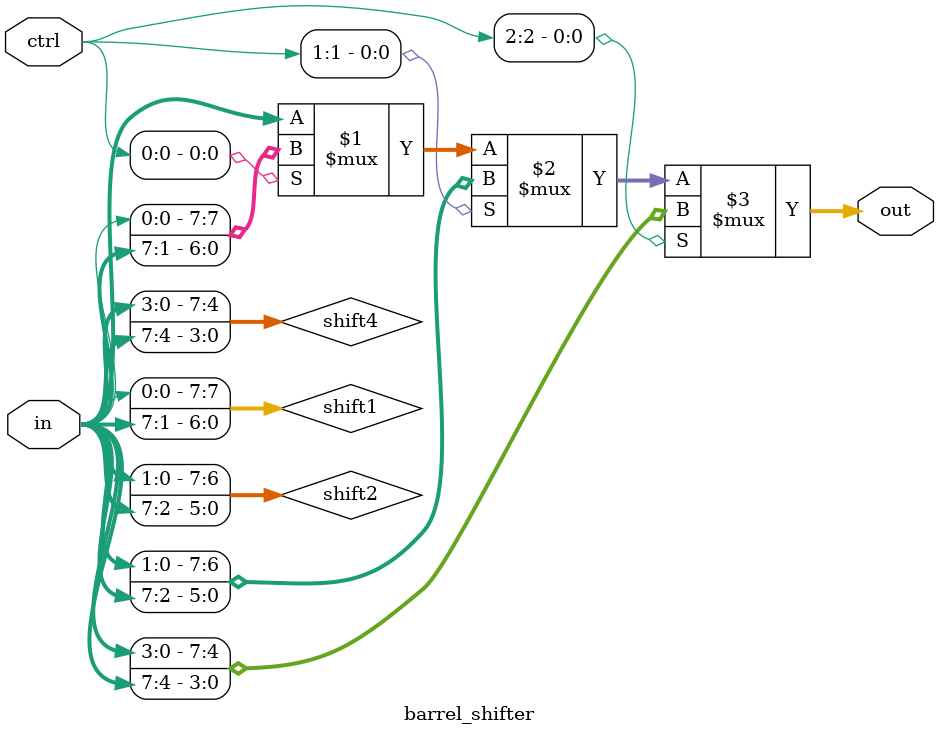
<source format=sv>
module barrel_shifter (
    input [7:0] in,
    input [2:0] ctrl,
    output [7:0] out
);
    wire [7:0] shift4, shift2, shift1;

    assign shift4 = {in[3:0], in[7:4]};
    assign shift2 = {in[1:0], in[7:2]};
    assign shift1 = {in[0], in[7:1]};

    assign out = (ctrl[2] ? shift4 :
                 (ctrl[1] ? shift2 :
                 (ctrl[0] ? shift1 : in)));

endmodule
</source>
